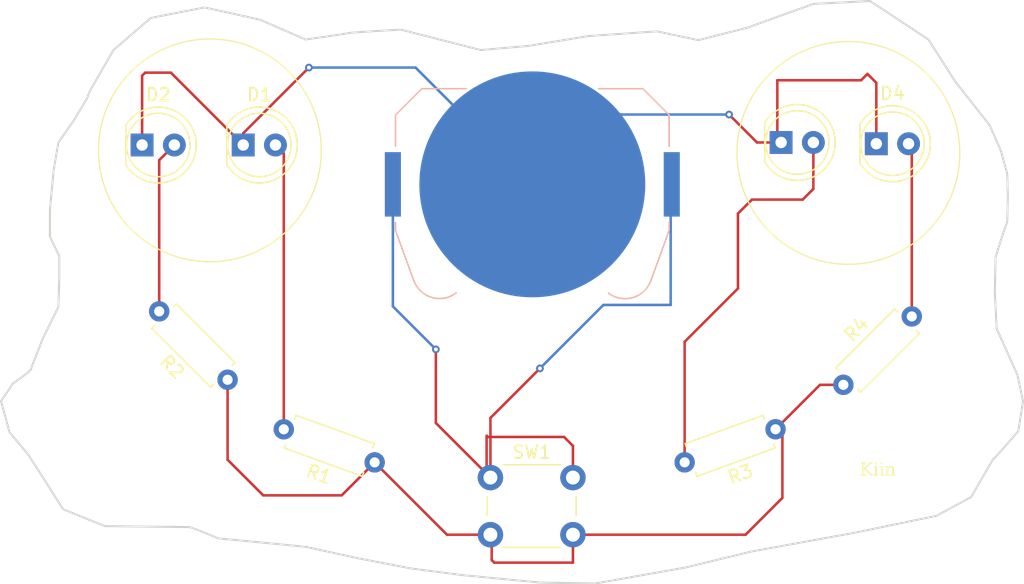
<source format=kicad_pcb>
(kicad_pcb (version 20241229) (generator "pcbnew") (generator_version "9.0")
  (layers (0 "F.Cu" signal) (2 "B.Cu" signal) (13 "F.Paste" user) (15 "B.Paste" user) (5 "F.SilkS" user "F.Silkscreen") (7 "B.SilkS" user "B.Silkscreen") (1 "F.Mask" user) (3 "B.Mask" user) (25 "Edge.Cuts" user))
  (net 0 "")
  (net 1 "Net-(BT1-+)")
  (net 2 "Net-(BT1--)")
  (net 3 "Net-(D1-A)")
  (net 4 "Net-(D2-A)")
  (net 5 "Net-(D3-A)")
  (net 6 "Net-(D4-A)")
  (net 7 "Net-(R1-Pad1)")
  (footprint "Resistor_THT:R_Axial_DIN0207_L6.3mm_D2.5mm_P7.62mm_Horizontal" (layer "F.Cu") (at 163.360458 114.993806 -160)
    (property "Reference" "R3" (at 3.810001 -2.369999 20) (layer "F.SilkS"))
    (property "Value" "R")
    (fp_line (start 7.08 1.369999) (end 7.080001 1.039999) (stroke (width 0.12)) (layer "F.SilkS"))
    (fp_line (start 7.080001 -1.369999) (end 7.079999 -1.039999) (stroke (width 0.12)) (layer "F.SilkS"))
    (fp_line (start 0.54 1.370001) (end 7.08 1.369999) (stroke (width 0.12)) (layer "F.SilkS"))
    (fp_line (start 0.54 1.040001) (end 0.54 1.370001) (stroke (width 0.12)) (layer "F.SilkS"))
    (fp_line (start 0.54 -1.04) (end 0.54 -1.369999) (stroke (width 0.12)) (layer "F.SilkS"))
    (fp_line (start 0.54 -1.369999) (end 7.080001 -1.369999) (stroke (width 0.12)) (layer "F.SilkS"))
    (pad "1" thru_hole circle (at 0 0 200) (size 1.6 1.6) (drill 0.8) (layers "*.Cu" "*.Mask") (net 7 "Net-(R1-Pad1)"))
    (pad "2" thru_hole circle (at 7.62 0 200) (size 1.6 1.6) (drill 0.8) (layers "*.Cu" "*.Mask") (net 5 "Net-(D3-A)"))
  )
  (footprint "LED_THT:LED_D5.0mm" (layer "F.Cu") (at 113.46 92.6)
    (property "Reference" "D2" (at 1.27 -3.96 0) (layer "F.SilkS"))
    (property "Value" "LED")
    (fp_line (start -1.29 -1.545) (end -1.29 1.545) (stroke (width 0.12)) (layer "F.SilkS"))
    (fp_arc (start -1.29 -1.54483) (mid 2.071779 -2.880495) (end 4.26 0) (stroke (width 0.12)) (layer "F.SilkS"))
    (fp_arc (start 4.26 0) (mid 2.071779 2.880495) (end -1.29 1.54483) (stroke (width 0.12)) (layer "F.SilkS"))
    (fp_circle (center 1.27 0) (end 3.77 0) (stroke (width 0.12)) (fill no) (layer "F.SilkS"))
    (pad "1" thru_hole rect (at 0 0) (size 1.8 1.8) (drill 0.9) (layers "*.Cu" "*.Mask") (net 2 "Net-(BT1--)"))
    (pad "2" thru_hole circle (at 2.54 0) (size 1.8 1.8) (drill 0.9) (layers "*.Cu" "*.Mask") (net 4 "Net-(D2-A)"))
  )
  (footprint "Resistor_THT:R_Axial_DIN0207_L6.3mm_D2.5mm_P7.62mm_Horizontal" (layer "F.Cu") (at 131.78023 117.603097 160)
    (property "Reference" "R1" (at 3.809999 -2.37 160) (layer "F.SilkS"))
    (property "Value" "R")
    (fp_line (start 7.08 -1.370001) (end 7.08 -1.04) (stroke (width 0.12)) (layer "F.SilkS"))
    (fp_line (start 7.08 1.37) (end 7.08 1.04) (stroke (width 0.12)) (layer "F.SilkS"))
    (fp_line (start 0.539999 -1.37) (end 7.08 -1.370001) (stroke (width 0.12)) (layer "F.SilkS"))
    (fp_line (start 0.54 -1.04) (end 0.539999 -1.37) (stroke (width 0.12)) (layer "F.SilkS"))
    (fp_line (start 0.54 1.04) (end 0.540001 1.37) (stroke (width 0.12)) (layer "F.SilkS"))
    (fp_line (start 0.540001 1.37) (end 7.08 1.37) (stroke (width 0.12)) (layer "F.SilkS"))
    (pad "1" thru_hole circle (at 0 0 160) (size 1.6 1.6) (drill 0.8) (layers "*.Cu" "*.Mask") (net 7 "Net-(R1-Pad1)"))
    (pad "2" thru_hole circle (at 7.62 0 160) (size 1.6 1.6) (drill 0.8) (layers "*.Cu" "*.Mask") (net 3 "Net-(D1-A)"))
  )
  (footprint "LED_THT:LED_D5.0mm" (layer "F.Cu") (at 121.425 92.6)
    (property "Reference" "D1" (at 1.27 -3.96 0) (layer "F.SilkS"))
    (property "Value" "LED")
    (fp_line (start -1.29 -1.545) (end -1.29 1.545) (stroke (width 0.12)) (layer "F.SilkS"))
    (fp_arc (start -1.29 -1.54483) (mid 2.071779 -2.880495) (end 4.26 0) (stroke (width 0.12)) (layer "F.SilkS"))
    (fp_arc (start 4.26 0) (mid 2.071779 2.880495) (end -1.29 1.54483) (stroke (width 0.12)) (layer "F.SilkS"))
    (fp_circle (center 1.27 0) (end 3.77 0) (stroke (width 0.12)) (fill no) (layer "F.SilkS"))
    (pad "1" thru_hole rect (at 0 0) (size 1.8 1.8) (drill 0.9) (layers "*.Cu" "*.Mask") (net 2 "Net-(BT1--)"))
    (pad "2" thru_hole circle (at 2.54 0) (size 1.8 1.8) (drill 0.9) (layers "*.Cu" "*.Mask") (net 3 "Net-(D1-A)"))
  )
  (footprint "Button_Switch_THT:SW_PUSH_6mm" (layer "F.Cu") (at 140.9 118.8)
    (property "Reference" "SW1" (at 3.25 -2 0) (layer "F.SilkS"))
    (property "Value" "SW_Push" (hide yes))
    (fp_line (start -0.25 1.5) (end -0.25 3) (stroke (width 0.12)) (layer "F.SilkS"))
    (fp_line (start 1 5.5) (end 5.5 5.5) (stroke (width 0.12)) (layer "F.SilkS"))
    (fp_line (start 5.5 -1) (end 1 -1) (stroke (width 0.12)) (layer "F.SilkS"))
    (fp_line (start 6.75 3) (end 6.75 1.5) (stroke (width 0.12)) (layer "F.SilkS"))
    (pad "1" thru_hole circle (at 0 0 90) (size 2 2) (drill 1.1) (layers "*.Cu" "*.Mask") (net 1 "Net-(BT1-+)"))
    (pad "1" thru_hole circle (at 6.5 0 90) (size 2 2) (drill 1.1) (layers "*.Cu" "*.Mask") (net 1 "Net-(BT1-+)"))
    (pad "2" thru_hole circle (at 0 4.5 90) (size 2 2) (drill 1.1) (layers "*.Cu" "*.Mask") (net 7 "Net-(R1-Pad1)"))
    (pad "2" thru_hole circle (at 6.5 4.5 90) (size 2 2) (drill 1.1) (layers "*.Cu" "*.Mask") (net 7 "Net-(R1-Pad1)"))
  )
  (footprint "LED_THT:LED_D5.0mm" (layer "F.Cu") (at 163.8 92.4)
    (property "Reference" "D3" (hide yes))
    (property "Value" "LED")
    (fp_line (start -1.29 -1.545) (end -1.29 1.545) (stroke (width 0.12)) (layer "F.SilkS"))
    (fp_arc (start -1.29 -1.54483) (mid 2.071779 -2.880495) (end 4.26 0) (stroke (width 0.12)) (layer "F.SilkS"))
    (fp_arc (start 4.26 0) (mid 2.071779 2.880495) (end -1.29 1.54483) (stroke (width 0.12)) (layer "F.SilkS"))
    (fp_circle (center 1.27 0) (end 3.77 0) (stroke (width 0.12)) (fill no) (layer "F.SilkS"))
    (pad "1" thru_hole rect (at 0 0) (size 1.8 1.8) (drill 0.9) (layers "*.Cu" "*.Mask") (net 2 "Net-(BT1--)"))
    (pad "2" thru_hole circle (at 2.54 0) (size 1.8 1.8) (drill 0.9) (layers "*.Cu" "*.Mask") (net 5 "Net-(D3-A)"))
  )
  (footprint "Resistor_THT:R_Axial_DIN0207_L6.3mm_D2.5mm_P7.62mm_Horizontal" (layer "F.Cu") (at 168.705923 111.494077 45)
    (property "Reference" "R4" (at 3.81 -2.37 45) (layer "F.SilkS"))
    (property "Value" "R")
    (fp_line (start 0.54 -1.37) (end 7.08 -1.37) (stroke (width 0.12)) (layer "F.SilkS"))
    (fp_line (start 0.54 -1.04) (end 0.54 -1.37) (stroke (width 0.12)) (layer "F.SilkS"))
    (fp_line (start 0.54 1.04) (end 0.54 1.37) (stroke (width 0.12)) (layer "F.SilkS"))
    (fp_line (start 0.54 1.37) (end 7.08 1.37) (stroke (width 0.12)) (layer "F.SilkS"))
    (fp_line (start 7.08 -1.37) (end 7.08 -1.04) (stroke (width 0.12)) (layer "F.SilkS"))
    (fp_line (start 7.08 1.37) (end 7.08 1.04) (stroke (width 0.12)) (layer "F.SilkS"))
    (pad "1" thru_hole circle (at 0 0 45) (size 1.6 1.6) (drill 0.8) (layers "*.Cu" "*.Mask") (net 7 "Net-(R1-Pad1)"))
    (pad "2" thru_hole circle (at 7.62 0 45) (size 1.6 1.6) (drill 0.8) (layers "*.Cu" "*.Mask") (net 6 "Net-(D4-A)"))
  )
  (footprint "LED_THT:LED_D5.0mm" (layer "F.Cu") (at 171.3 92.5)
    (property "Reference" "D4" (at 1.27 -3.96 0) (layer "F.SilkS"))
    (property "Value" "LED")
    (fp_line (start -1.29 -1.545) (end -1.29 1.545) (stroke (width 0.12)) (layer "F.SilkS"))
    (fp_arc (start -1.29 -1.54483) (mid 2.071779 -2.880495) (end 4.26 0) (stroke (width 0.12)) (layer "F.SilkS"))
    (fp_arc (start 4.26 0) (mid 2.071779 2.880495) (end -1.29 1.54483) (stroke (width 0.12)) (layer "F.SilkS"))
    (fp_circle (center 1.27 0) (end 3.77 0) (stroke (width 0.12)) (fill no) (layer "F.SilkS"))
    (pad "1" thru_hole rect (at 0 0) (size 1.8 1.8) (drill 0.9) (layers "*.Cu" "*.Mask") (net 2 "Net-(BT1--)"))
    (pad "2" thru_hole circle (at 2.54 0) (size 1.8 1.8) (drill 0.9) (layers "*.Cu" "*.Mask") (net 6 "Net-(D4-A)"))
  )
  (footprint "Resistor_THT:R_Axial_DIN0207_L6.3mm_D2.5mm_P7.62mm_Horizontal" (layer "F.Cu") (at 120.194077 111.094077 135)
    (property "Reference" "R2" (at 3.81 -2.37 135) (layer "F.SilkS"))
    (property "Value" "R")
    (fp_line (start 7.08 -1.37) (end 7.08 -1.04) (stroke (width 0.12)) (layer "F.SilkS"))
    (fp_line (start 7.08 1.37) (end 7.08 1.04) (stroke (width 0.12)) (layer "F.SilkS"))
    (fp_line (start 0.54 -1.37) (end 7.08 -1.37) (stroke (width 0.12)) (layer "F.SilkS"))
    (fp_line (start 0.54 -1.04) (end 0.54 -1.37) (stroke (width 0.12)) (layer "F.SilkS"))
    (fp_line (start 0.54 1.04) (end 0.54 1.37) (stroke (width 0.12)) (layer "F.SilkS"))
    (fp_line (start 0.54 1.37) (end 7.08 1.37) (stroke (width 0.12)) (layer "F.SilkS"))
    (pad "1" thru_hole circle (at 0 0 135) (size 1.6 1.6) (drill 0.8) (layers "*.Cu" "*.Mask") (net 7 "Net-(R1-Pad1)"))
    (pad "2" thru_hole circle (at 7.62 0 135) (size 1.6 1.6) (drill 0.8) (layers "*.Cu" "*.Mask") (net 4 "Net-(D2-A)"))
  )
  (footprint "Battery:BatteryHolder_Keystone_3034_1x20mm" (layer "B.Cu") (at 144.2 95.7 180)
    (property "Reference" "BT1" (hide yes))
    (property "Value" "Battery_Cell")
    (fp_line (start 10.78 5.46) (end 10.78 3) (stroke (width 0.12)) (layer "B.SilkS"))
    (fp_line (start 10.78 -3) (end 10.78 -3.63) (stroke (width 0.12)) (layer "B.SilkS"))
    (fp_line (start 10.78 -3.63) (end 9.34 -7.58) (stroke (width 0.12)) (layer "B.SilkS"))
    (fp_line (start 8.7 7.54) (end 10.78 5.46) (stroke (width 0.12)) (layer "B.SilkS"))
    (fp_line (start 8.7 7.54) (end 5.2 7.54) (stroke (width 0.12)) (layer "B.SilkS"))
    (fp_line (start -5.2 7.54) (end -8.7 7.54) (stroke (width 0.12)) (layer "B.SilkS"))
    (fp_line (start -8.7 7.54) (end -10.78 5.46) (stroke (width 0.12)) (layer "B.SilkS"))
    (fp_line (start -10.78 5.46) (end -10.78 3) (stroke (width 0.12)) (layer "B.SilkS"))
    (fp_line (start -10.78 -3) (end -10.78 -3.63) (stroke (width 0.12)) (layer "B.SilkS"))
    (fp_line (start -10.78 -3.63) (end -9.34 -7.58) (stroke (width 0.12)) (layer "B.SilkS"))
    (fp_arc (start 6 -8.55) (mid 7.90634 -8.911669) (end 9.325243 -7.588169) (stroke (width 0.12)) (layer "B.SilkS"))
    (fp_arc (start -9.34 -7.58) (mid -7.921654 -8.918738) (end -6.003354 -8.56653) (stroke (width 0.12)) (layer "B.SilkS"))
    (pad "1" smd rect (at -10.985 0 180) (size 1.27 5.08) (layers "B.Cu" "B.Mask" "B.Paste") (net 1 "Net-(BT1-+)"))
    (pad "1" smd rect (at 10.985 0 180) (size 1.27 5.08) (layers "B.Cu" "B.Mask" "B.Paste") (net 1 "Net-(BT1-+)"))
    (pad "2" smd circle (at 0 0 180) (size 17.8 17.8) (layers "B.Cu" "B.Mask") (net 2 "Net-(BT1--)"))
  )
  (gr_circle (center 169.1 93.223052) (end 176.99 97.067882) (stroke (width 0.1)) (fill no) (layer "F.SilkS"))
  (gr_circle (center 118.8 93.023052) (end 126.69 96.867882) (stroke (width 0.1)) (fill no) (layer "F.SilkS"))
  (gr_poly (pts (xy 175.405508 84.289975) (xy 177.520349 87.601962) (xy 180.23377 91.050493) (xy 181.107018 93.028794) (xy 181.613497 94.868963) (xy 181.659539 96.615457) (xy 181.613497 98.639802) (xy 181.107018 100.11162) (xy 180.694207 101.445306) (xy 180.633874 104.182538) (xy 180.783123 107.070605) (xy 182.41213 110.700136) (xy 182.856683 112.7737) (xy 182.486746 115.14417) (xy 181.55118 116.218264) (xy 181.202302 116.612658) (xy 180.892571 116.956704) (xy 180.664558 117.200053) (xy 180.594499 117.268233) (xy 180.560833 117.292358) (xy 180.528566 117.326469) (xy 180.463001 117.422868) (xy 180.251504 117.766938) (xy 179.643729 118.811013) (xy 178.782586 120.329668) (xy 176.042184 121.81101) (xy 169.597622 123.144695) (xy 161.451022 124.626041) (xy 156.265521 125.885102) (xy 149.155705 127.144163) (xy 144.784707 127.069543) (xy 138.637051 126.47732) (xy 134.637579 125.958134) (xy 130.415828 125.143635) (xy 126.341734 124.254507) (xy 119.454196 123.587664) (xy 118.389629 123.143896) (xy 117.982453 122.98095) (xy 117.610851 122.838806) (xy 117.320818 122.738265) (xy 117.220764 122.710096) (xy 117.158349 122.700129) (xy 110.566128 122.625504) (xy 110.401436 122.568197) (xy 110.013675 122.417116) (xy 108.871036 121.958662) (xy 107.231912 121.291819) (xy 105.825191 119.070594) (xy 104.491505 116.997032) (xy 103.01016 115.218783) (xy 102.343317 112.773693) (xy 103.307063 111.366972) (xy 103.526864 111.214302) (xy 103.752159 111.054668) (xy 104.010424 110.867237) (xy 104.26869 110.672809) (xy 104.387519 110.579473) (xy 104.493985 110.492188) (xy 104.583965 110.413554) (xy 104.65334 110.346173) (xy 104.697987 110.292644) (xy 104.70975 110.271886) (xy 104.713785 110.255567) (xy 104.722932 110.207929) (xy 104.748783 110.123929) (xy 104.841051 109.868114) (xy 105.121036 109.154086) (xy 105.401021 108.453752) (xy 105.493289 108.215054) (xy 105.528287 108.107381) (xy 105.585594 107.968659) (xy 105.736675 107.64838) (xy 106.19513 106.709789) (xy 106.861973 105.366974) (xy 106.936596 103.071126) (xy 106.936596 101.367502) (xy 106.195131 99.813124) (xy 106.195131 97.737971) (xy 106.492034 94.553002) (xy 106.861973 92.406402) (xy 108.048002 90.702778) (xy 109.084784 88.999153) (xy 109.359461 88.316436) (xy 111.201217 85.118765) (xy 114.144854 82.589524) (xy 118.376131 81.760734) (xy 122.745542 82.727656) (xy 126.332205 84.289975) (xy 127.993954 84.054793) (xy 129.146118 83.883394) (xy 129.532724 83.819993) (xy 129.690234 83.785079) (xy 129.881309 83.759988) (xy 130.356407 83.722488) (xy 131.777096 83.629681) (xy 133.829424 83.508815) (xy 140.129502 85.118765) (xy 143.855886 84.796457) (xy 148.638102 84.015299) (xy 154.018894 83.646947) (xy 157.284837 84.336019) (xy 161.101721 83.370684) (xy 166.344378 81.48447) (xy 170.805876 81.255838)) (stroke (width 0.158772)) (fill no) (layer "Edge.Cuts"))
  (gr_text "Kiin" (at 170 118.8 0) (layer "F.SilkS") (effects (font (size 1 1) (thickness 0.1) (italic yes)) (justify left bottom)))
  (segment (start 136.6 114.5) (end 136.6 108.7) (width 0.2) (layer "F.Cu") (net 1))
  (segment (start 147.4 118.8) (end 147.4 116.3) (width 0.2) (layer "F.Cu") (net 1))
  (segment (start 140.9 118.8) (end 136.6 114.5) (width 0.2) (layer "F.Cu") (net 1))
  (segment (start 147.4 116.3) (end 146.7 115.6) (width 0.2) (layer "F.Cu") (net 1))
  (segment (start 140.7 115.6) (end 140.6 115.5) (width 0.2) (layer "F.Cu") (net 1))
  (segment (start 146.7 115.6) (end 140.7 115.6) (width 0.2) (layer "F.Cu") (net 1))
  (segment (start 140.6 118.5) (end 140.9 118.8) (width 0.2) (layer "F.Cu") (net 1))
  (segment (start 140.9 114.1) (end 144.8 110.2) (width 0.2) (layer "F.Cu") (net 1))
  (segment (start 140.9 118.8) (end 140.9 114.1) (width 0.2) (layer "F.Cu") (net 1))
  (segment (start 140.6 115.5) (end 140.6 118.5) (width 0.2) (layer "F.Cu") (net 1))
  (via (at 136.6 108.7) (size 0.6) (drill 0.3) (layers "F.Cu" "B.Cu") (net 1))
  (via (at 144.8 110.2) (size 0.6) (drill 0.3) (layers "F.Cu" "B.Cu") (net 1))
  (segment (start 136.6 108.7) (end 133.215 105.315) (width 0.2) (layer "B.Cu") (net 1))
  (segment (start 155.1 95.785) (end 155.185 95.7) (width 0.2) (layer "B.Cu") (net 1))
  (segment (start 133.215 105.315) (end 133.215 95.7) (width 0.2) (layer "B.Cu") (net 1))
  (segment (start 155.1 105.2) (end 155.1 95.785) (width 0.2) (layer "B.Cu") (net 1))
  (segment (start 144.8 110.2) (end 149.8 105.2) (width 0.2) (layer "B.Cu") (net 1))
  (segment (start 149.8 105.2) (end 155.1 105.2) (width 0.2) (layer "B.Cu") (net 1))
  (segment (start 121.425 92.6) (end 121.425 91.675) (width 0.2) (layer "F.Cu") (net 2))
  (segment (start 170.1 87.5) (end 163.5 87.5) (width 0.2) (layer "F.Cu") (net 2))
  (segment (start 113.46 87.14) (end 113.7 86.9) (width 0.2) (layer "F.Cu") (net 2))
  (segment (start 171.3 87.7) (end 170.6 87) (width 0.2) (layer "F.Cu") (net 2))
  (segment (start 121.425 91.675) (end 126.6 86.5) (width 0.2) (layer "F.Cu") (net 2))
  (segment (start 113.46 92.6) (end 113.46 87.14) (width 0.2) (layer "F.Cu") (net 2))
  (segment (start 113.7 86.9) (end 115.725 86.9) (width 0.2) (layer "F.Cu") (net 2))
  (segment (start 161.9 92.4) (end 163.8 92.4) (width 0.2) (layer "F.Cu") (net 2))
  (segment (start 159.7 90.2) (end 161.9 92.4) (width 0.2) (layer "F.Cu") (net 2))
  (segment (start 115.725 86.9) (end 121.425 92.6) (width 0.2) (layer "F.Cu") (net 2))
  (segment (start 163.5 87.5) (end 163.5 92.1) (width 0.2) (layer "F.Cu") (net 2))
  (segment (start 171.3 92.5) (end 171.3 87.7) (width 0.2) (layer "F.Cu") (net 2))
  (segment (start 170.6 87) (end 170.1 87.5) (width 0.2) (layer "F.Cu") (net 2))
  (segment (start 163.5 92.1) (end 163.8 92.4) (width 0.2) (layer "F.Cu") (net 2))
  (via (at 159.7 90.2) (size 0.6) (drill 0.3) (layers "F.Cu" "B.Cu") (net 2))
  (via (at 126.6 86.5) (size 0.6) (drill 0.3) (layers "F.Cu" "B.Cu") (net 2))
  (via (at 163.8 92.4) (size 0.6) (drill 0.3) (layers "F.Cu" "B.Cu") (net 2))
  (segment (start 126.6 86.5) (end 135 86.5) (width 0.2) (layer "B.Cu") (net 2))
  (segment (start 135 86.5) (end 144.2 95.7) (width 0.2) (layer "B.Cu") (net 2))
  (segment (start 144.2 95.7) (end 149.7 90.2) (width 0.2) (layer "B.Cu") (net 2))
  (segment (start 149.7 90.2) (end 159.7 90.2) (width 0.2) (layer "B.Cu") (net 2))
  (segment (start 124.619772 114.996903) (end 124.619772 93.254772) (width 0.2) (layer "F.Cu") (net 3))
  (segment (start 124.619772 93.254772) (end 123.965 92.6) (width 0.2) (layer "F.Cu") (net 3))
  (segment (start 114.805923 105.705923) (end 114.805923 93.794077) (width 0.2) (layer "F.Cu") (net 4))
  (segment (start 114.805923 93.794077) (end 116 92.6) (width 0.2) (layer "F.Cu") (net 4))
  (segment (start 161.5 96.9) (end 165.5 96.9) (width 0.2) (layer "F.Cu") (net 5))
  (segment (start 160.4 103.9) (end 160.4 98) (width 0.2) (layer "F.Cu") (net 5))
  (segment (start 160.4 98) (end 161.5 96.9) (width 0.2) (layer "F.Cu") (net 5))
  (segment (start 166.34 96.06) (end 165.5 96.9) (width 0.2) (layer "F.Cu") (net 5))
  (segment (start 156.2 117.6) (end 156.2 108.1) (width 0.2) (layer "F.Cu") (net 5))
  (segment (start 156.2 108.1) (end 160.4 103.9) (width 0.2) (layer "F.Cu") (net 5))
  (segment (start 166.34 92.4) (end 166.34 96.06) (width 0.2) (layer "F.Cu") (net 5))
  (segment (start 174.094077 106.105923) (end 174.094077 92.754077) (width 0.2) (layer "F.Cu") (net 6))
  (segment (start 173.694077 92.645923) (end 173.84 92.5) (width 0.2) (layer "F.Cu") (net 6))
  (segment (start 174.094077 92.754077) (end 173.84 92.5) (width 0.2) (layer "F.Cu") (net 6))
  (segment (start 163.9 115.533348) (end 163.360458 114.993806) (width 0.2) (layer "F.Cu") (net 7))
  (segment (start 123 120.2) (end 129.183327 120.2) (width 0.2) (layer "F.Cu") (net 7))
  (segment (start 147.4 123.3) (end 147.4 125.5) (width 0.2) (layer "F.Cu") (net 7))
  (segment (start 140.9 123.3) (end 137.477133 123.3) (width 0.2) (layer "F.Cu") (net 7))
  (segment (start 129.183327 120.2) (end 131.78023 117.603097) (width 0.2) (layer "F.Cu") (net 7))
  (segment (start 161 123.3) (end 163.9 120.4) (width 0.2) (layer "F.Cu") (net 7))
  (segment (start 120.194077 111.094077) (end 120.194077 117.394077) (width 0.2) (layer "F.Cu") (net 7))
  (segment (start 141 123.4) (end 140.9 123.3) (width 0.2) (layer "F.Cu") (net 7))
  (segment (start 141 125.3) (end 141 123.4) (width 0.2) (layer "F.Cu") (net 7))
  (segment (start 141.2 125.5) (end 141 125.3) (width 0.2) (layer "F.Cu") (net 7))
  (segment (start 147.4 123.3) (end 161 123.3) (width 0.2) (layer "F.Cu") (net 7))
  (segment (start 163.9 120.4) (end 163.9 115.533348) (width 0.2) (layer "F.Cu") (net 7))
  (segment (start 147.4 125.5) (end 141.2 125.5) (width 0.2) (layer "F.Cu") (net 7))
  (segment (start 168.705923 111.494077) (end 166.860187 111.494077) (width 0.2) (layer "F.Cu") (net 7))
  (segment (start 166.860187 111.494077) (end 163.360458 114.993806) (width 0.2) (layer "F.Cu") (net 7))
  (segment (start 120.194077 117.394077) (end 123 120.2) (width 0.2) (layer "F.Cu") (net 7))
  (segment (start 137.477133 123.3) (end 131.78023 117.603097) (width 0.2) (layer "F.Cu") (net 7))
)
</source>
